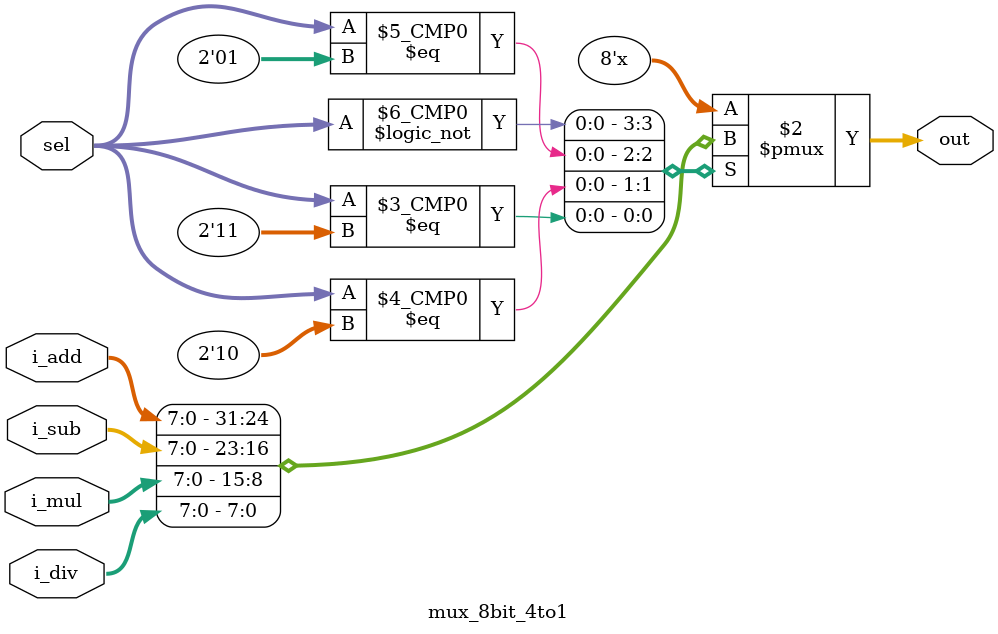
<source format=v>

module mux_8bit_4to1 (
  input wire [7:0] i_add,
  input wire [7:0] i_sub,
  input wire [7:0] i_mul,
  input wire [7:0] i_div,
  input wire [1:0] sel,
  output reg [7:0] out );
  
  always @(*)
    begin
	       case(sel)
        2'b00: out = i_add;
        2'b01: out = i_sub;
        2'b10: out = i_mul;
        2'b11: out = i_div;
        default: out = 8'b0;
      endcase
    end
endmodule
      
  
  
</source>
